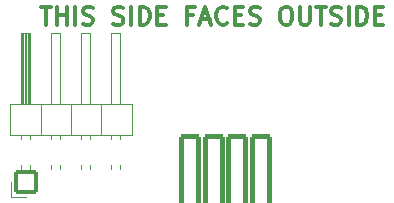
<source format=gbr>
%TF.GenerationSoftware,KiCad,Pcbnew,(6.0.4-0)*%
%TF.CreationDate,2023-01-13T21:29:05-07:00*%
%TF.ProjectId,Gamecube_SD2SP2PRO,47616d65-6375-4626-955f-534432535032,rev?*%
%TF.SameCoordinates,Original*%
%TF.FileFunction,Legend,Top*%
%TF.FilePolarity,Positive*%
%FSLAX46Y46*%
G04 Gerber Fmt 4.6, Leading zero omitted, Abs format (unit mm)*
G04 Created by KiCad (PCBNEW (6.0.4-0)) date 2023-01-13 21:29:05*
%MOMM*%
%LPD*%
G01*
G04 APERTURE LIST*
G04 Aperture macros list*
%AMRoundRect*
0 Rectangle with rounded corners*
0 $1 Rounding radius*
0 $2 $3 $4 $5 $6 $7 $8 $9 X,Y pos of 4 corners*
0 Add a 4 corners polygon primitive as box body*
4,1,4,$2,$3,$4,$5,$6,$7,$8,$9,$2,$3,0*
0 Add four circle primitives for the rounded corners*
1,1,$1+$1,$2,$3*
1,1,$1+$1,$4,$5*
1,1,$1+$1,$6,$7*
1,1,$1+$1,$8,$9*
0 Add four rect primitives between the rounded corners*
20,1,$1+$1,$2,$3,$4,$5,0*
20,1,$1+$1,$4,$5,$6,$7,0*
20,1,$1+$1,$6,$7,$8,$9,0*
20,1,$1+$1,$8,$9,$2,$3,0*%
G04 Aperture macros list end*
%ADD10C,0.300000*%
%ADD11C,0.120000*%
%ADD12RoundRect,0.200000X0.850000X-0.850000X0.850000X0.850000X-0.850000X0.850000X-0.850000X-0.850000X0*%
%ADD13O,2.100000X2.100000*%
%ADD14RoundRect,0.200000X0.750000X3.500000X-0.750000X3.500000X-0.750000X-3.500000X0.750000X-3.500000X0*%
G04 APERTURE END LIST*
D10*
X78428571Y-101378571D02*
X79285714Y-101378571D01*
X78857142Y-102878571D02*
X78857142Y-101378571D01*
X79785714Y-102878571D02*
X79785714Y-101378571D01*
X79785714Y-102092857D02*
X80642857Y-102092857D01*
X80642857Y-102878571D02*
X80642857Y-101378571D01*
X81357142Y-102878571D02*
X81357142Y-101378571D01*
X82000000Y-102807142D02*
X82214285Y-102878571D01*
X82571428Y-102878571D01*
X82714285Y-102807142D01*
X82785714Y-102735714D01*
X82857142Y-102592857D01*
X82857142Y-102450000D01*
X82785714Y-102307142D01*
X82714285Y-102235714D01*
X82571428Y-102164285D01*
X82285714Y-102092857D01*
X82142857Y-102021428D01*
X82071428Y-101950000D01*
X82000000Y-101807142D01*
X82000000Y-101664285D01*
X82071428Y-101521428D01*
X82142857Y-101450000D01*
X82285714Y-101378571D01*
X82642857Y-101378571D01*
X82857142Y-101450000D01*
X84571428Y-102807142D02*
X84785714Y-102878571D01*
X85142857Y-102878571D01*
X85285714Y-102807142D01*
X85357142Y-102735714D01*
X85428571Y-102592857D01*
X85428571Y-102450000D01*
X85357142Y-102307142D01*
X85285714Y-102235714D01*
X85142857Y-102164285D01*
X84857142Y-102092857D01*
X84714285Y-102021428D01*
X84642857Y-101950000D01*
X84571428Y-101807142D01*
X84571428Y-101664285D01*
X84642857Y-101521428D01*
X84714285Y-101450000D01*
X84857142Y-101378571D01*
X85214285Y-101378571D01*
X85428571Y-101450000D01*
X86071428Y-102878571D02*
X86071428Y-101378571D01*
X86785714Y-102878571D02*
X86785714Y-101378571D01*
X87142857Y-101378571D01*
X87357142Y-101450000D01*
X87500000Y-101592857D01*
X87571428Y-101735714D01*
X87642857Y-102021428D01*
X87642857Y-102235714D01*
X87571428Y-102521428D01*
X87500000Y-102664285D01*
X87357142Y-102807142D01*
X87142857Y-102878571D01*
X86785714Y-102878571D01*
X88285714Y-102092857D02*
X88785714Y-102092857D01*
X89000000Y-102878571D02*
X88285714Y-102878571D01*
X88285714Y-101378571D01*
X89000000Y-101378571D01*
X91285714Y-102092857D02*
X90785714Y-102092857D01*
X90785714Y-102878571D02*
X90785714Y-101378571D01*
X91500000Y-101378571D01*
X92000000Y-102450000D02*
X92714285Y-102450000D01*
X91857142Y-102878571D02*
X92357142Y-101378571D01*
X92857142Y-102878571D01*
X94214285Y-102735714D02*
X94142857Y-102807142D01*
X93928571Y-102878571D01*
X93785714Y-102878571D01*
X93571428Y-102807142D01*
X93428571Y-102664285D01*
X93357142Y-102521428D01*
X93285714Y-102235714D01*
X93285714Y-102021428D01*
X93357142Y-101735714D01*
X93428571Y-101592857D01*
X93571428Y-101450000D01*
X93785714Y-101378571D01*
X93928571Y-101378571D01*
X94142857Y-101450000D01*
X94214285Y-101521428D01*
X94857142Y-102092857D02*
X95357142Y-102092857D01*
X95571428Y-102878571D02*
X94857142Y-102878571D01*
X94857142Y-101378571D01*
X95571428Y-101378571D01*
X96142857Y-102807142D02*
X96357142Y-102878571D01*
X96714285Y-102878571D01*
X96857142Y-102807142D01*
X96928571Y-102735714D01*
X97000000Y-102592857D01*
X97000000Y-102450000D01*
X96928571Y-102307142D01*
X96857142Y-102235714D01*
X96714285Y-102164285D01*
X96428571Y-102092857D01*
X96285714Y-102021428D01*
X96214285Y-101950000D01*
X96142857Y-101807142D01*
X96142857Y-101664285D01*
X96214285Y-101521428D01*
X96285714Y-101450000D01*
X96428571Y-101378571D01*
X96785714Y-101378571D01*
X97000000Y-101450000D01*
X99071428Y-101378571D02*
X99357142Y-101378571D01*
X99500000Y-101450000D01*
X99642857Y-101592857D01*
X99714285Y-101878571D01*
X99714285Y-102378571D01*
X99642857Y-102664285D01*
X99500000Y-102807142D01*
X99357142Y-102878571D01*
X99071428Y-102878571D01*
X98928571Y-102807142D01*
X98785714Y-102664285D01*
X98714285Y-102378571D01*
X98714285Y-101878571D01*
X98785714Y-101592857D01*
X98928571Y-101450000D01*
X99071428Y-101378571D01*
X100357142Y-101378571D02*
X100357142Y-102592857D01*
X100428571Y-102735714D01*
X100500000Y-102807142D01*
X100642857Y-102878571D01*
X100928571Y-102878571D01*
X101071428Y-102807142D01*
X101142857Y-102735714D01*
X101214285Y-102592857D01*
X101214285Y-101378571D01*
X101714285Y-101378571D02*
X102571428Y-101378571D01*
X102142857Y-102878571D02*
X102142857Y-101378571D01*
X103000000Y-102807142D02*
X103214285Y-102878571D01*
X103571428Y-102878571D01*
X103714285Y-102807142D01*
X103785714Y-102735714D01*
X103857142Y-102592857D01*
X103857142Y-102450000D01*
X103785714Y-102307142D01*
X103714285Y-102235714D01*
X103571428Y-102164285D01*
X103285714Y-102092857D01*
X103142857Y-102021428D01*
X103071428Y-101950000D01*
X103000000Y-101807142D01*
X103000000Y-101664285D01*
X103071428Y-101521428D01*
X103142857Y-101450000D01*
X103285714Y-101378571D01*
X103642857Y-101378571D01*
X103857142Y-101450000D01*
X104500000Y-102878571D02*
X104500000Y-101378571D01*
X105214285Y-102878571D02*
X105214285Y-101378571D01*
X105571428Y-101378571D01*
X105785714Y-101450000D01*
X105928571Y-101592857D01*
X106000000Y-101735714D01*
X106071428Y-102021428D01*
X106071428Y-102235714D01*
X106000000Y-102521428D01*
X105928571Y-102664285D01*
X105785714Y-102807142D01*
X105571428Y-102878571D01*
X105214285Y-102878571D01*
X106714285Y-102092857D02*
X107214285Y-102092857D01*
X107428571Y-102878571D02*
X106714285Y-102878571D01*
X106714285Y-101378571D01*
X107428571Y-101378571D01*
D11*
%TO.C,J1*%
X75890286Y-117520000D02*
X75890286Y-116250000D01*
X76780286Y-103610000D02*
X77540286Y-103610000D01*
X80080286Y-103610000D02*
X80080286Y-109610000D01*
X84400286Y-115207071D02*
X84400286Y-114752929D01*
X83510286Y-112270000D02*
X83510286Y-109610000D01*
X79320286Y-103610000D02*
X80080286Y-103610000D01*
X77440286Y-109610000D02*
X77440286Y-103610000D01*
X77160286Y-117520000D02*
X75890286Y-117520000D01*
X81860286Y-103610000D02*
X82620286Y-103610000D01*
X79320286Y-112667071D02*
X79320286Y-112270000D01*
X80970286Y-112270000D02*
X80970286Y-109610000D01*
X77200286Y-109610000D02*
X77200286Y-103610000D01*
X76780286Y-109610000D02*
X76780286Y-103610000D01*
X80080286Y-115207071D02*
X80080286Y-114752929D01*
X85160286Y-103610000D02*
X85160286Y-109610000D01*
X81860286Y-112667071D02*
X81860286Y-112270000D01*
X76960286Y-109610000D02*
X76960286Y-103610000D01*
X84400286Y-112667071D02*
X84400286Y-112270000D01*
X86110286Y-112270000D02*
X86110286Y-109610000D01*
X81860286Y-109610000D02*
X81860286Y-103610000D01*
X76780286Y-112667071D02*
X76780286Y-112270000D01*
X86110286Y-109610000D02*
X75830286Y-109610000D01*
X84400286Y-109610000D02*
X84400286Y-103610000D01*
X77320286Y-109610000D02*
X77320286Y-103610000D01*
X85160286Y-115207071D02*
X85160286Y-114752929D01*
X77540286Y-112667071D02*
X77540286Y-112270000D01*
X75830286Y-112270000D02*
X86110286Y-112270000D01*
X77540286Y-115140000D02*
X77540286Y-114752929D01*
X77080286Y-109610000D02*
X77080286Y-103610000D01*
X82620286Y-103610000D02*
X82620286Y-109610000D01*
X76780286Y-115140000D02*
X76780286Y-114752929D01*
X82620286Y-112667071D02*
X82620286Y-112270000D01*
X75830286Y-109610000D02*
X75830286Y-112270000D01*
X79320286Y-115207071D02*
X79320286Y-114752929D01*
X82620286Y-115207071D02*
X82620286Y-114752929D01*
X84400286Y-103610000D02*
X85160286Y-103610000D01*
X80080286Y-112667071D02*
X80080286Y-112270000D01*
X76840286Y-109610000D02*
X76840286Y-103610000D01*
X78430286Y-112270000D02*
X78430286Y-109610000D01*
X85160286Y-112667071D02*
X85160286Y-112270000D01*
X77540286Y-103610000D02*
X77540286Y-109610000D01*
X81860286Y-115207071D02*
X81860286Y-114752929D01*
X79320286Y-109610000D02*
X79320286Y-103610000D01*
%TD*%
%LPC*%
D12*
%TO.C,J1*%
X77160286Y-116250000D03*
D13*
X77160286Y-113710000D03*
X79700286Y-116250000D03*
X79700286Y-113710000D03*
X82240286Y-116250000D03*
X82240286Y-113710000D03*
X84780286Y-116250000D03*
X84780286Y-113710000D03*
%TD*%
D14*
%TO.C,P1*%
X97064286Y-115900000D03*
X95064286Y-115900000D03*
X93064286Y-115900000D03*
X91064286Y-115900000D03*
%TD*%
M02*

</source>
